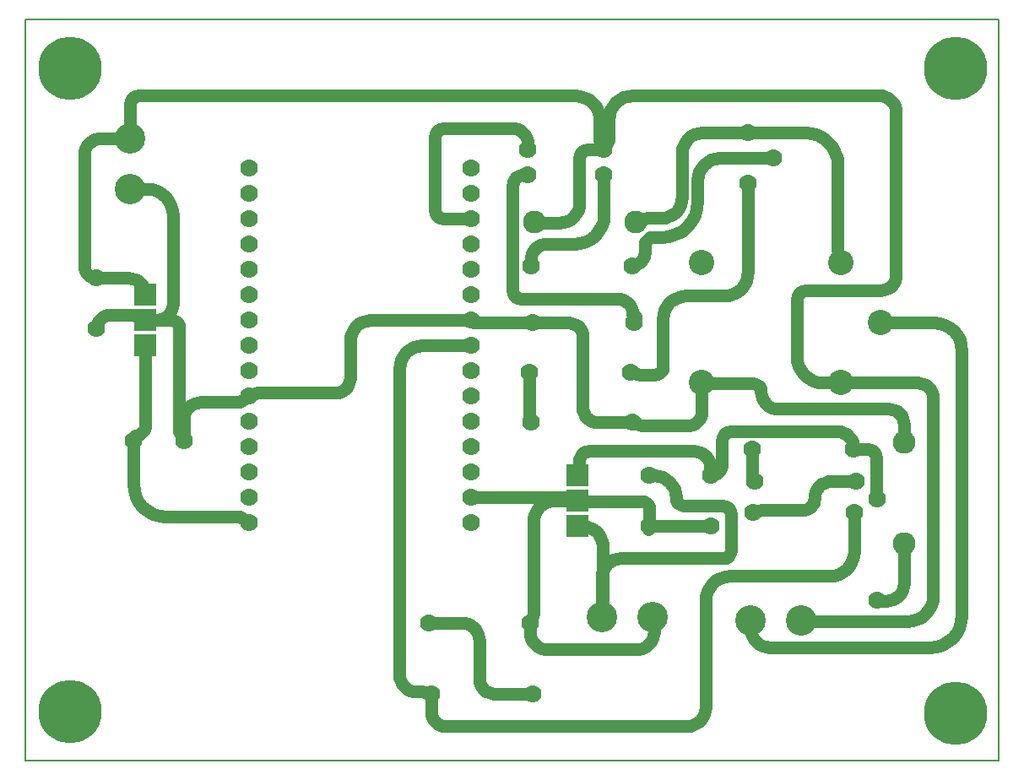
<source format=gbr>
G04 PROTEUS GERBER X2 FILE*
%TF.GenerationSoftware,Labcenter,Proteus,8.6-SP2-Build23525*%
%TF.CreationDate,2019-07-05T07:02:46+00:00*%
%TF.FileFunction,Copper,L2,Bot*%
%TF.FilePolarity,Positive*%
%TF.Part,Single*%
%FSLAX45Y45*%
%MOMM*%
G01*
%TA.AperFunction,Conductor*%
%ADD10C,1.270000*%
%TA.AperFunction,ComponentPad*%
%ADD11C,3.048000*%
%TA.AperFunction,ComponentPad*%
%ADD12C,1.778000*%
%TA.AperFunction,ComponentPad*%
%ADD13C,2.286000*%
%TA.AperFunction,ComponentPad*%
%ADD14C,2.540000*%
%TA.AperFunction,ComponentPad*%
%ADD15R,2.286000X2.286000*%
%TA.AperFunction,OtherPad,Unknown*%
%ADD16C,6.350000*%
%TA.AperFunction,Profile*%
%ADD17C,0.203200*%
%TD.AperFunction*%
D10*
X-10460000Y+7562000D02*
X-10740488Y+7562000D01*
X-10773350Y+7568442D01*
X-10799851Y+7586137D01*
X-10817546Y+7612638D01*
X-10823988Y+7645500D01*
X-10823988Y+8386012D01*
X-10817546Y+8418874D01*
X-10799851Y+8445375D01*
X-10773350Y+8463070D01*
X-10740488Y+8469512D01*
X-10050623Y+8469512D01*
X-10017781Y+8466316D01*
X-9987409Y+8457120D01*
X-9960096Y+8442513D01*
X-9936430Y+8423082D01*
X-9916999Y+8399416D01*
X-9902392Y+8372103D01*
X-9893196Y+8341731D01*
X-9890000Y+8308889D01*
X-9890000Y+8260000D01*
X-9128000Y+8260000D02*
X-9290000Y+8260000D01*
X-9322862Y+8253558D01*
X-9349363Y+8235863D01*
X-9367058Y+8209362D01*
X-9373500Y+8176500D01*
X-9373500Y+7726500D01*
X-9377523Y+7685156D01*
X-9389099Y+7646922D01*
X-9407488Y+7612539D01*
X-9431948Y+7582747D01*
X-9461740Y+7558287D01*
X-9496123Y+7539898D01*
X-9534357Y+7528322D01*
X-9575701Y+7524299D01*
X-9707700Y+7524299D01*
X-9822000Y+7530000D01*
X-9128000Y+8006000D02*
X-9128000Y+7610688D01*
X-9133950Y+7549549D01*
X-9151068Y+7493010D01*
X-9178261Y+7442165D01*
X-9214433Y+7398108D01*
X-9258489Y+7361936D01*
X-9309335Y+7334743D01*
X-9365874Y+7317625D01*
X-9427013Y+7311675D01*
X-9698325Y+7311675D01*
X-9731382Y+7308458D01*
X-9761953Y+7299202D01*
X-9789445Y+7284499D01*
X-9813266Y+7264941D01*
X-9832824Y+7241120D01*
X-9847527Y+7213628D01*
X-9856783Y+7183057D01*
X-9857187Y+7178900D01*
X-9862000Y+7090000D01*
X-9890000Y+8006000D02*
X-9934000Y+8006000D01*
X-9956152Y+8003844D01*
X-9976638Y+7997642D01*
X-9995060Y+7987789D01*
X-10011023Y+7974683D01*
X-10024129Y+7958720D01*
X-10033982Y+7940298D01*
X-10040184Y+7919812D01*
X-10042340Y+7897660D01*
X-10042340Y+6846441D01*
X-10035898Y+6813579D01*
X-10018203Y+6787078D01*
X-9991702Y+6769383D01*
X-9958840Y+6762941D01*
X-9613680Y+6762941D01*
X-8992941Y+6762941D01*
X-8961669Y+6759898D01*
X-8932750Y+6751142D01*
X-8906743Y+6737233D01*
X-8884209Y+6718731D01*
X-8865708Y+6696197D01*
X-8851799Y+6670191D01*
X-8843043Y+6641271D01*
X-8840000Y+6610000D01*
X-8810000Y+6580000D01*
X-8810000Y+6550000D01*
X-8830000Y+6520000D01*
X-9846000Y+6520000D02*
X-10433814Y+6520000D01*
X-10438549Y+6524735D01*
X-10460000Y+6546000D01*
X-7684000Y+8424000D02*
X-8145203Y+8424000D01*
X-8185990Y+8420031D01*
X-8223709Y+8408610D01*
X-8257629Y+8390469D01*
X-8287020Y+8366338D01*
X-8311151Y+8336947D01*
X-8329292Y+8303026D01*
X-8340713Y+8265308D01*
X-8344682Y+8224521D01*
X-8344682Y+7785318D01*
X-8348966Y+7741292D01*
X-8361293Y+7700578D01*
X-8380875Y+7663965D01*
X-8406922Y+7632240D01*
X-8438647Y+7606193D01*
X-8475260Y+7586611D01*
X-8515974Y+7574284D01*
X-8560000Y+7570000D01*
X-8691700Y+7570000D01*
X-8806000Y+7530000D01*
X-7430000Y+8170000D02*
X-7969476Y+8170000D01*
X-8014513Y+8165617D01*
X-8056162Y+8153007D01*
X-8093617Y+8132975D01*
X-8126071Y+8106329D01*
X-8152717Y+8073875D01*
X-8172749Y+8036420D01*
X-8185359Y+7994771D01*
X-8189742Y+7949734D01*
X-8189742Y+7740258D01*
X-8196910Y+7666597D01*
X-8217535Y+7598476D01*
X-8250298Y+7537217D01*
X-8293879Y+7484137D01*
X-8346959Y+7440556D01*
X-8408218Y+7407793D01*
X-8476339Y+7387168D01*
X-8550000Y+7380000D01*
X-8635304Y+7380000D01*
X-8668166Y+7373558D01*
X-8694667Y+7355863D01*
X-8712362Y+7329362D01*
X-8718804Y+7296500D01*
X-8718804Y+7224992D01*
X-8721132Y+7201070D01*
X-8727830Y+7178947D01*
X-8738470Y+7159053D01*
X-8752623Y+7141815D01*
X-8769861Y+7127662D01*
X-8789755Y+7117022D01*
X-8811878Y+7110324D01*
X-8835800Y+7107996D01*
X-8846000Y+7090000D01*
X-7684000Y+8424000D02*
X-7110467Y+8424000D01*
X-7043353Y+8417469D01*
X-6981287Y+8398677D01*
X-6925472Y+8368826D01*
X-6877109Y+8329118D01*
X-6837402Y+8280756D01*
X-6807551Y+8224941D01*
X-6788759Y+8162875D01*
X-6782228Y+8095761D01*
X-6782228Y+7784033D01*
X-6782228Y+7247000D01*
X-6750000Y+7120000D01*
X-7684000Y+7916000D02*
X-7684000Y+7036000D01*
X-7688895Y+6985701D01*
X-7702978Y+6939186D01*
X-7725350Y+6897355D01*
X-7755109Y+6861109D01*
X-7791355Y+6831350D01*
X-7833186Y+6808979D01*
X-7879701Y+6794895D01*
X-7930000Y+6790000D01*
X-8303499Y+6790000D01*
X-8350931Y+6785384D01*
X-8394796Y+6772103D01*
X-8434242Y+6751006D01*
X-8468422Y+6722943D01*
X-8496485Y+6688763D01*
X-8517582Y+6649316D01*
X-8530863Y+6605452D01*
X-8535479Y+6558020D01*
X-8535479Y+6082497D01*
X-8541921Y+6049635D01*
X-8559616Y+6023134D01*
X-8586117Y+6005439D01*
X-8618979Y+5998997D01*
X-8771100Y+5998997D01*
X-8860000Y+6020000D01*
X-6600000Y+4930000D02*
X-6848310Y+4930000D01*
X-6882743Y+4926649D01*
X-6914585Y+4917008D01*
X-6943221Y+4901693D01*
X-6968033Y+4881321D01*
X-6988405Y+4856509D01*
X-7003720Y+4827873D01*
X-7013361Y+4796031D01*
X-7016712Y+4761598D01*
X-7019131Y+4736735D01*
X-7026093Y+4713742D01*
X-7037151Y+4693065D01*
X-7051861Y+4675149D01*
X-7069777Y+4660439D01*
X-7090454Y+4649381D01*
X-7113447Y+4642419D01*
X-7138310Y+4640000D01*
X-7180000Y+4640000D01*
X-7547100Y+4640000D01*
X-7636000Y+4620000D01*
X-8150000Y+5920000D02*
X-8150000Y+5630000D01*
X-8152838Y+5600837D01*
X-8161004Y+5573867D01*
X-8173975Y+5549614D01*
X-8191229Y+5528599D01*
X-8212244Y+5511345D01*
X-8236497Y+5498374D01*
X-8263467Y+5490208D01*
X-8292630Y+5487370D01*
X-8751100Y+5487370D01*
X-8840000Y+5520000D01*
X-9876000Y+6020000D02*
X-9876000Y+5540000D01*
X-9856000Y+5520000D01*
X-8060000Y+4482000D02*
X-8651091Y+4482000D01*
X-8686372Y+4446719D01*
X-8670000Y+4480000D01*
X-8060612Y+5009981D02*
X-8060612Y+5070927D01*
X-8062723Y+5092620D01*
X-8063816Y+5103852D01*
X-8073035Y+5134300D01*
X-8087679Y+5161682D01*
X-8107159Y+5185408D01*
X-8130885Y+5204888D01*
X-8158266Y+5219532D01*
X-8188715Y+5228751D01*
X-8221640Y+5231955D01*
X-9275300Y+5231955D01*
X-9296598Y+5229882D01*
X-9316294Y+5223919D01*
X-9334006Y+5214446D01*
X-9349353Y+5201845D01*
X-9361954Y+5186498D01*
X-9371427Y+5168786D01*
X-9377390Y+5149090D01*
X-9379463Y+5127792D01*
X-9379463Y+5108300D01*
X-9390000Y+4994000D01*
X-8062723Y+5092620D02*
X-8062723Y+5078900D01*
X-8060612Y+5009981D01*
X-8060000Y+4990000D01*
X-8670000Y+4480000D02*
X-8670000Y+4646530D01*
X-8676442Y+4679392D01*
X-8694137Y+4705893D01*
X-8720638Y+4723588D01*
X-8753500Y+4730030D01*
X-9275700Y+4730030D01*
X-9390000Y+4740000D01*
X-8670000Y+4988000D02*
X-8626865Y+4988000D01*
X-8581887Y+4983623D01*
X-8540292Y+4971029D01*
X-8502886Y+4951024D01*
X-8470475Y+4924413D01*
X-8443864Y+4892002D01*
X-8423859Y+4854596D01*
X-8411265Y+4813001D01*
X-8406888Y+4768023D01*
X-8400446Y+4735161D01*
X-8382751Y+4708660D01*
X-8356250Y+4690965D01*
X-8323388Y+4684523D01*
X-7936112Y+4684523D01*
X-7903250Y+4678081D01*
X-7876749Y+4660386D01*
X-7859054Y+4633884D01*
X-7852612Y+4601023D01*
X-7852612Y+4240000D01*
X-7859054Y+4207138D01*
X-7876749Y+4180637D01*
X-7903250Y+4162942D01*
X-7936112Y+4156500D01*
X-8959652Y+4156500D01*
X-9149390Y+3966762D02*
X-9149390Y+3722400D01*
X-9148000Y+3570000D01*
X-9390000Y+4486000D02*
X-9364148Y+4486000D01*
X-9317506Y+4481461D01*
X-9274373Y+4468401D01*
X-9235584Y+4447656D01*
X-9201974Y+4420061D01*
X-9174379Y+4386451D01*
X-9153634Y+4347662D01*
X-9140574Y+4304529D01*
X-9136035Y+4257887D01*
X-9136035Y+4037197D01*
X-9136035Y+3722400D01*
X-9148000Y+3570000D01*
X-8959652Y+4156500D02*
X-8998447Y+4152725D01*
X-9034324Y+4141862D01*
X-9066588Y+4124607D01*
X-9094544Y+4101654D01*
X-9117497Y+4073698D01*
X-9134752Y+4041434D01*
X-9136035Y+4037197D01*
X-9145615Y+4005557D01*
X-9149390Y+3966762D01*
X-10460000Y+4768000D02*
X-9458000Y+4768000D01*
X-9430000Y+4740000D01*
X-13848000Y+5340000D02*
X-13848000Y+4902327D01*
X-13841500Y+4835528D01*
X-13822796Y+4773753D01*
X-13793085Y+4718200D01*
X-13753564Y+4670065D01*
X-13705428Y+4630544D01*
X-13649875Y+4600833D01*
X-13588101Y+4582129D01*
X-13521302Y+4575629D01*
X-12778900Y+4575629D01*
X-12690000Y+4514000D01*
X-13340000Y+5340000D02*
X-13340000Y+5556561D01*
X-13336682Y+5590660D01*
X-13327134Y+5622195D01*
X-13311967Y+5650553D01*
X-13291792Y+5675125D01*
X-13267220Y+5695300D01*
X-13238862Y+5710467D01*
X-13207327Y+5720015D01*
X-13173228Y+5723333D01*
X-12778900Y+5723333D01*
X-12690000Y+5784000D01*
X-14220000Y+6462000D02*
X-14217254Y+6490217D01*
X-14209353Y+6516311D01*
X-14196803Y+6539777D01*
X-14180109Y+6560109D01*
X-14159776Y+6576803D01*
X-14136310Y+6589354D01*
X-14110216Y+6597254D01*
X-14082000Y+6600000D01*
X-13950000Y+6600000D01*
X-13844300Y+6600000D01*
X-13730000Y+6550000D01*
X-13880000Y+8370000D02*
X-14171839Y+8370000D01*
X-14205941Y+8366681D01*
X-14237478Y+8357133D01*
X-14265838Y+8341965D01*
X-14290412Y+8321788D01*
X-14310589Y+8297215D01*
X-14325757Y+8268854D01*
X-14335305Y+8237317D01*
X-14338624Y+8203215D01*
X-14338624Y+7088624D01*
X-14336264Y+7064369D01*
X-14329472Y+7041939D01*
X-14318684Y+7021768D01*
X-14304334Y+7004290D01*
X-14286856Y+6989940D01*
X-14266685Y+6979152D01*
X-14244255Y+6972360D01*
X-14220000Y+6970000D01*
X-13896000Y+6970000D01*
X-13862058Y+6966697D01*
X-13830670Y+6957193D01*
X-13802442Y+6942097D01*
X-13777984Y+6922016D01*
X-13757903Y+6897557D01*
X-13742807Y+6869330D01*
X-13733303Y+6837942D01*
X-13730000Y+6804000D01*
X-13469126Y+6550000D02*
X-13436264Y+6543558D01*
X-13409763Y+6525863D01*
X-13392068Y+6499362D01*
X-13385626Y+6466500D01*
X-13385626Y+5428900D01*
X-13340000Y+5340000D01*
X-13730000Y+6296000D02*
X-13730000Y+5490000D01*
X-13731990Y+5469553D01*
X-13737715Y+5450645D01*
X-13758906Y+5418906D01*
X-13790644Y+5397715D01*
X-13809553Y+5391990D01*
X-13830000Y+5390000D01*
X-13848000Y+5340000D01*
X-13880000Y+7862000D02*
X-13718079Y+7862000D01*
X-13663823Y+7856720D01*
X-13613649Y+7841529D01*
X-13568528Y+7817397D01*
X-13529432Y+7785297D01*
X-13497332Y+7746201D01*
X-13473200Y+7701080D01*
X-13458009Y+7650905D01*
X-13452729Y+7596650D01*
X-13452729Y+6707271D01*
X-13455858Y+6675114D01*
X-13464862Y+6645376D01*
X-13479165Y+6618633D01*
X-13498190Y+6595461D01*
X-13521362Y+6576436D01*
X-13548105Y+6562133D01*
X-13577843Y+6553129D01*
X-13610000Y+6550000D01*
X-13730000Y+6550000D01*
X-13610000Y+6550000D02*
X-13469126Y+6550000D01*
X-13880000Y+8370000D02*
X-13880000Y+8713169D01*
X-13873558Y+8746030D01*
X-13855863Y+8772532D01*
X-13829362Y+8790227D01*
X-13796500Y+8796669D01*
X-9416669Y+8796669D01*
X-9366233Y+8791761D01*
X-9319591Y+8777639D01*
X-9277646Y+8755206D01*
X-9241302Y+8725366D01*
X-9211462Y+8689022D01*
X-9189030Y+8647078D01*
X-9174908Y+8600436D01*
X-9170000Y+8550000D01*
X-9170000Y+8348900D01*
X-9128000Y+8260000D01*
X-6750000Y+5920000D02*
X-6924904Y+5920000D01*
X-6979857Y+5925348D01*
X-7030676Y+5940734D01*
X-7076376Y+5965176D01*
X-7115975Y+5997688D01*
X-7148488Y+6037287D01*
X-7172929Y+6082988D01*
X-7188316Y+6133807D01*
X-7193664Y+6188760D01*
X-7193664Y+6762534D01*
X-7187222Y+6795396D01*
X-7169527Y+6821897D01*
X-7143026Y+6839592D01*
X-7110164Y+6846034D01*
X-6353966Y+6846034D01*
X-6322485Y+6849098D01*
X-6293372Y+6857912D01*
X-6267191Y+6871914D01*
X-6244506Y+6890540D01*
X-6225880Y+6913225D01*
X-6211878Y+6939406D01*
X-6203064Y+6968519D01*
X-6200000Y+7000000D01*
X-6200000Y+8630000D01*
X-6203383Y+8664760D01*
X-6213115Y+8696904D01*
X-6228576Y+8725812D01*
X-6249141Y+8750859D01*
X-6274188Y+8771425D01*
X-6303096Y+8786885D01*
X-6335241Y+8796617D01*
X-6370000Y+8800000D01*
X-8836748Y+8800000D01*
X-8886367Y+8795171D01*
X-8932253Y+8781278D01*
X-8973518Y+8759209D01*
X-9009273Y+8729852D01*
X-9038630Y+8694097D01*
X-9060699Y+8652832D01*
X-9074592Y+8606946D01*
X-9079421Y+8557327D01*
X-9079421Y+8348900D01*
X-9128000Y+8260000D01*
X-8840000Y+5520000D02*
X-9188890Y+5520000D01*
X-9220105Y+5523038D01*
X-9248972Y+5531778D01*
X-9274932Y+5545662D01*
X-9297426Y+5564130D01*
X-9315894Y+5586623D01*
X-9329778Y+5612583D01*
X-9338518Y+5641451D01*
X-9341556Y+5672666D01*
X-9341556Y+6385277D01*
X-9344237Y+6412823D01*
X-9351950Y+6438298D01*
X-9364202Y+6461206D01*
X-9380499Y+6481056D01*
X-9400349Y+6497354D01*
X-9423258Y+6509606D01*
X-9448732Y+6517319D01*
X-9476279Y+6520000D01*
X-9846000Y+6520000D01*
X-10460000Y+6546000D02*
X-11466942Y+6546000D01*
X-11509022Y+6541905D01*
X-11547937Y+6530123D01*
X-11582932Y+6511406D01*
X-11613255Y+6486510D01*
X-11638151Y+6456187D01*
X-11656868Y+6421192D01*
X-11668650Y+6382277D01*
X-11672745Y+6340197D01*
X-11672745Y+5967255D01*
X-11675675Y+5937146D01*
X-11684106Y+5909302D01*
X-11697497Y+5884262D01*
X-11715311Y+5862566D01*
X-11737007Y+5844752D01*
X-11762047Y+5831360D01*
X-11789891Y+5822930D01*
X-11820000Y+5820000D01*
X-12601100Y+5820000D01*
X-12690000Y+5784000D01*
X-10460000Y+6292000D02*
X-10948000Y+6292000D01*
X-10995437Y+6287384D01*
X-11039305Y+6274102D01*
X-11078755Y+6253003D01*
X-11112938Y+6224938D01*
X-11141003Y+6190755D01*
X-11162102Y+6151305D01*
X-11175384Y+6107437D01*
X-11180000Y+6060000D01*
X-11180000Y+2992987D01*
X-11176567Y+2957709D01*
X-11166689Y+2925084D01*
X-11150998Y+2895746D01*
X-11130126Y+2870324D01*
X-11104705Y+2849453D01*
X-11075366Y+2833762D01*
X-11042742Y+2823884D01*
X-11007464Y+2820451D01*
X-10948900Y+2820451D01*
X-10860000Y+2800000D01*
X-10886000Y+3510000D02*
X-10559379Y+3510000D01*
X-10522258Y+3506388D01*
X-10487929Y+3495994D01*
X-10457058Y+3479483D01*
X-10430309Y+3457521D01*
X-10408347Y+3430772D01*
X-10391836Y+3399900D01*
X-10381442Y+3365572D01*
X-10377830Y+3328451D01*
X-10377830Y+2949240D01*
X-10374840Y+2918518D01*
X-10366238Y+2890107D01*
X-10352574Y+2864557D01*
X-10334397Y+2842419D01*
X-10312259Y+2824242D01*
X-10286709Y+2810578D01*
X-10258298Y+2801976D01*
X-10227576Y+2798986D01*
X-9932900Y+2798986D01*
X-9844000Y+2800000D01*
X-9870000Y+3510000D02*
X-9870000Y+3421635D01*
X-9866437Y+3385026D01*
X-9856187Y+3351172D01*
X-9839904Y+3320726D01*
X-9818245Y+3294346D01*
X-9791865Y+3272687D01*
X-9761420Y+3256405D01*
X-9727565Y+3246154D01*
X-9690957Y+3242592D01*
X-8810900Y+3242592D01*
X-8772863Y+3246293D01*
X-8737688Y+3256944D01*
X-8706055Y+3273861D01*
X-8678646Y+3296365D01*
X-8656142Y+3323774D01*
X-8639225Y+3355407D01*
X-8628574Y+3390582D01*
X-8625946Y+3417600D01*
X-8640000Y+3570000D01*
X-9390000Y+4740000D02*
X-9430000Y+4740000D01*
X-9617379Y+4740000D01*
X-9661682Y+4735689D01*
X-9702653Y+4723284D01*
X-9739497Y+4703578D01*
X-9771422Y+4677366D01*
X-9797634Y+4645442D01*
X-9817340Y+4608597D01*
X-9829745Y+4567626D01*
X-9834056Y+4523323D01*
X-9834056Y+3598900D01*
X-9870000Y+3510000D01*
X-6750000Y+5920000D02*
X-5984648Y+5920000D01*
X-5952113Y+5916834D01*
X-5922026Y+5907724D01*
X-5894969Y+5893253D01*
X-5871525Y+5874005D01*
X-5852276Y+5850560D01*
X-5837806Y+5823503D01*
X-5828696Y+5793416D01*
X-5825530Y+5760882D01*
X-5825530Y+3788647D01*
X-5830733Y+3735185D01*
X-5845702Y+3685744D01*
X-5869481Y+3641283D01*
X-5901111Y+3602758D01*
X-5939636Y+3571128D01*
X-5984097Y+3547349D01*
X-6033538Y+3532380D01*
X-6087000Y+3527177D01*
X-6997600Y+3527177D01*
X-7150000Y+3530000D01*
X-6350000Y+6520000D02*
X-5820000Y+6520000D01*
X-5762749Y+6514429D01*
X-5709805Y+6498398D01*
X-5662193Y+6472935D01*
X-5620938Y+6439062D01*
X-5587066Y+6397808D01*
X-5561602Y+6350195D01*
X-5545571Y+6297251D01*
X-5540000Y+6240000D01*
X-5540000Y+3588589D01*
X-5546425Y+3522570D01*
X-5564910Y+3461517D01*
X-5594274Y+3406612D01*
X-5633333Y+3359039D01*
X-5680906Y+3319980D01*
X-5735811Y+3290616D01*
X-5796864Y+3272131D01*
X-5862883Y+3265706D01*
X-7461588Y+3265706D01*
X-7501748Y+3269614D01*
X-7538886Y+3280859D01*
X-7572285Y+3298721D01*
X-7601224Y+3322481D01*
X-7624985Y+3351420D01*
X-7642847Y+3384819D01*
X-7654092Y+3421958D01*
X-7658000Y+3462118D01*
X-7658000Y+3530000D01*
X-6120000Y+4304000D02*
X-6120000Y+3910000D01*
X-6123582Y+3873196D01*
X-6133887Y+3839160D01*
X-6150256Y+3808552D01*
X-6172031Y+3782031D01*
X-6198552Y+3760256D01*
X-6229160Y+3743887D01*
X-6263196Y+3733582D01*
X-6300000Y+3730000D01*
X-6301100Y+3730000D01*
X-6390000Y+3740000D01*
X-6120000Y+5320000D02*
X-6120000Y+5501880D01*
X-6123085Y+5533585D01*
X-6131963Y+5562905D01*
X-6146064Y+5589273D01*
X-6164822Y+5612119D01*
X-6187669Y+5630877D01*
X-6214036Y+5644979D01*
X-6243357Y+5653857D01*
X-6275062Y+5656942D01*
X-7378751Y+5656942D01*
X-7414302Y+5660402D01*
X-7447178Y+5670356D01*
X-7476743Y+5686168D01*
X-7502361Y+5707201D01*
X-7523394Y+5732818D01*
X-7539206Y+5762384D01*
X-7549160Y+5795260D01*
X-7552620Y+5830811D01*
X-7559062Y+5863672D01*
X-7576757Y+5890174D01*
X-7603258Y+5907869D01*
X-7636120Y+5914311D01*
X-8023000Y+5914311D01*
X-8150000Y+5920000D01*
X-7640000Y+5250000D02*
X-7640000Y+4954000D01*
X-7616000Y+4930000D01*
X-6624000Y+5250000D02*
X-6480441Y+5250000D01*
X-6447214Y+5243487D01*
X-6420418Y+5225595D01*
X-6402527Y+5198800D01*
X-6396014Y+5165573D01*
X-6396014Y+4844900D01*
X-6390000Y+4756000D01*
X-6624000Y+5250000D02*
X-6624000Y+5264000D01*
X-6627303Y+5297942D01*
X-6636807Y+5329330D01*
X-6651903Y+5357557D01*
X-6671984Y+5382016D01*
X-6696442Y+5402097D01*
X-6724670Y+5417193D01*
X-6756058Y+5426697D01*
X-6790000Y+5430000D01*
X-7855157Y+5430000D01*
X-7890796Y+5423013D01*
X-7919538Y+5403823D01*
X-7938728Y+5375081D01*
X-7945715Y+5339442D01*
X-7945715Y+5104285D01*
X-7947989Y+5080917D01*
X-7954532Y+5059307D01*
X-7964925Y+5039874D01*
X-7978750Y+5023035D01*
X-7995589Y+5009210D01*
X-8015022Y+4998817D01*
X-8036632Y+4992274D01*
X-8060000Y+4990000D01*
X-6620000Y+4620000D02*
X-6620000Y+4230991D01*
X-6625019Y+4179411D01*
X-6639462Y+4131712D01*
X-6662403Y+4088816D01*
X-6692920Y+4051648D01*
X-6730088Y+4021131D01*
X-6772984Y+3998190D01*
X-6820683Y+3983747D01*
X-6872263Y+3978728D01*
X-7861272Y+3978728D01*
X-7912129Y+3973779D01*
X-7959160Y+3959539D01*
X-8001455Y+3936919D01*
X-8038102Y+3906830D01*
X-8068191Y+3870183D01*
X-8090811Y+3827888D01*
X-8105051Y+3780857D01*
X-8110000Y+3730000D01*
X-8110000Y+2665396D01*
X-8113801Y+2626340D01*
X-8124736Y+2590222D01*
X-8142108Y+2557741D01*
X-8165215Y+2529598D01*
X-8193358Y+2506490D01*
X-8225839Y+2489119D01*
X-8261957Y+2478184D01*
X-8301013Y+2474383D01*
X-10720061Y+2474383D01*
X-10748674Y+2477167D01*
X-10775134Y+2485179D01*
X-10798930Y+2497905D01*
X-10819549Y+2514834D01*
X-10836478Y+2535452D01*
X-10849204Y+2559248D01*
X-10857216Y+2585709D01*
X-10860000Y+2614322D01*
X-10860000Y+2800000D01*
D11*
X-13880000Y+8370000D03*
X-13880000Y+7862000D03*
D12*
X-12690000Y+8070000D03*
X-12690000Y+7816000D03*
X-12690000Y+7562000D03*
X-12690000Y+7308000D03*
X-12690000Y+7054000D03*
X-12690000Y+6800000D03*
X-12690000Y+6546000D03*
X-12690000Y+6292000D03*
X-12690000Y+6038000D03*
X-12690000Y+5784000D03*
X-12690000Y+5530000D03*
X-12690000Y+5276000D03*
X-12690000Y+5022000D03*
X-12690000Y+4768000D03*
X-12690000Y+4514000D03*
X-10460000Y+4514000D03*
X-10460000Y+4768000D03*
X-10460000Y+5022000D03*
X-10460000Y+5276000D03*
X-10460000Y+5530000D03*
X-10460000Y+5784000D03*
X-10460000Y+6038000D03*
X-10460000Y+6292000D03*
X-10460000Y+6546000D03*
X-10460000Y+6800000D03*
X-10460000Y+7054000D03*
X-10460000Y+7308000D03*
X-10460000Y+7562000D03*
X-10460000Y+7816000D03*
X-10460000Y+8070000D03*
X-9890000Y+8260000D03*
X-9890000Y+8006000D03*
X-9128000Y+8006000D03*
X-9128000Y+8260000D03*
X-9862000Y+7090000D03*
X-8846000Y+7090000D03*
X-9846000Y+6520000D03*
X-8830000Y+6520000D03*
X-7684000Y+7916000D03*
X-7430000Y+8170000D03*
X-7684000Y+8424000D03*
D13*
X-8806000Y+7530000D03*
X-9822000Y+7530000D03*
D12*
X-8860000Y+6020000D03*
X-9876000Y+6020000D03*
X-9856000Y+5520000D03*
X-8840000Y+5520000D03*
D14*
X-6750000Y+5920000D03*
X-6750000Y+7120000D03*
X-6350000Y+6520000D03*
X-8150000Y+7120000D03*
X-8150000Y+5920000D03*
D11*
X-7150000Y+3530000D03*
X-7658000Y+3530000D03*
D15*
X-13730000Y+6804000D03*
X-13730000Y+6550000D03*
X-13730000Y+6296000D03*
D12*
X-14220000Y+6462000D03*
X-14220000Y+6970000D03*
X-13340000Y+5340000D03*
X-13848000Y+5340000D03*
D11*
X-8640000Y+3570000D03*
X-9148000Y+3570000D03*
D15*
X-9390000Y+4486000D03*
X-9390000Y+4740000D03*
X-9390000Y+4994000D03*
D12*
X-8670000Y+4480000D03*
X-8670000Y+4988000D03*
X-8060000Y+4482000D03*
X-8060000Y+4990000D03*
X-6600000Y+4930000D03*
X-7616000Y+4930000D03*
X-6620000Y+4620000D03*
X-7636000Y+4620000D03*
X-10886000Y+3510000D03*
X-9870000Y+3510000D03*
X-10860000Y+2800000D03*
X-9844000Y+2800000D03*
D16*
X-14480000Y+2620000D03*
X-5600000Y+2600000D03*
X-5600000Y+9070000D03*
X-14480000Y+9070000D03*
D12*
X-6390000Y+4756000D03*
X-6390000Y+3740000D03*
D13*
X-6120000Y+4304000D03*
X-6120000Y+5320000D03*
D12*
X-7640000Y+5250000D03*
X-6624000Y+5250000D03*
D17*
X-14930000Y+2130000D02*
X-5170000Y+2130000D01*
X-5170000Y+9560000D01*
X-14930000Y+9560000D01*
X-14930000Y+2130000D01*
M02*

</source>
